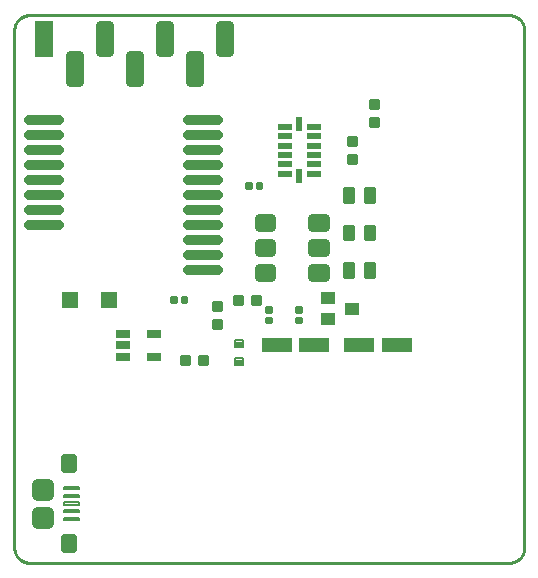
<source format=gtp>
G75*
%MOIN*%
%OFA0B0*%
%FSLAX25Y25*%
%IPPOS*%
%LPD*%
%AMOC8*
5,1,8,0,0,1.08239X$1,22.5*
%
%ADD10C,0.01000*%
%ADD11R,0.10000X0.05000*%
%ADD12C,0.01250*%
%ADD13C,0.02953*%
%ADD14R,0.05500X0.05500*%
%ADD15C,0.00750*%
%ADD16C,0.03000*%
%ADD17R,0.06000X0.12000*%
%ADD18C,0.00875*%
%ADD19C,0.03200*%
%ADD20R,0.04500X0.04000*%
%ADD21R,0.04724X0.01969*%
%ADD22R,0.01969X0.04724*%
%ADD23R,0.04724X0.02717*%
%ADD24C,0.00787*%
%ADD25C,0.02756*%
%ADD26C,0.03740*%
D10*
X0008238Y0006500D02*
X0008238Y0179000D01*
X0008240Y0179140D01*
X0008246Y0179280D01*
X0008256Y0179420D01*
X0008269Y0179560D01*
X0008287Y0179699D01*
X0008309Y0179838D01*
X0008334Y0179975D01*
X0008363Y0180113D01*
X0008396Y0180249D01*
X0008433Y0180384D01*
X0008474Y0180518D01*
X0008519Y0180651D01*
X0008567Y0180783D01*
X0008619Y0180913D01*
X0008674Y0181042D01*
X0008733Y0181169D01*
X0008796Y0181295D01*
X0008862Y0181419D01*
X0008931Y0181540D01*
X0009004Y0181660D01*
X0009081Y0181778D01*
X0009160Y0181893D01*
X0009243Y0182007D01*
X0009329Y0182117D01*
X0009418Y0182226D01*
X0009510Y0182332D01*
X0009605Y0182435D01*
X0009702Y0182536D01*
X0009803Y0182633D01*
X0009906Y0182728D01*
X0010012Y0182820D01*
X0010121Y0182909D01*
X0010231Y0182995D01*
X0010345Y0183078D01*
X0010460Y0183157D01*
X0010578Y0183234D01*
X0010698Y0183307D01*
X0010819Y0183376D01*
X0010943Y0183442D01*
X0011069Y0183505D01*
X0011196Y0183564D01*
X0011325Y0183619D01*
X0011455Y0183671D01*
X0011587Y0183719D01*
X0011720Y0183764D01*
X0011854Y0183805D01*
X0011989Y0183842D01*
X0012125Y0183875D01*
X0012263Y0183904D01*
X0012400Y0183929D01*
X0012539Y0183951D01*
X0012678Y0183969D01*
X0012818Y0183982D01*
X0012958Y0183992D01*
X0013098Y0183998D01*
X0013238Y0184000D01*
X0173238Y0184000D01*
X0173378Y0183998D01*
X0173518Y0183992D01*
X0173658Y0183982D01*
X0173798Y0183969D01*
X0173937Y0183951D01*
X0174076Y0183929D01*
X0174213Y0183904D01*
X0174351Y0183875D01*
X0174487Y0183842D01*
X0174622Y0183805D01*
X0174756Y0183764D01*
X0174889Y0183719D01*
X0175021Y0183671D01*
X0175151Y0183619D01*
X0175280Y0183564D01*
X0175407Y0183505D01*
X0175533Y0183442D01*
X0175657Y0183376D01*
X0175778Y0183307D01*
X0175898Y0183234D01*
X0176016Y0183157D01*
X0176131Y0183078D01*
X0176245Y0182995D01*
X0176355Y0182909D01*
X0176464Y0182820D01*
X0176570Y0182728D01*
X0176673Y0182633D01*
X0176774Y0182536D01*
X0176871Y0182435D01*
X0176966Y0182332D01*
X0177058Y0182226D01*
X0177147Y0182117D01*
X0177233Y0182007D01*
X0177316Y0181893D01*
X0177395Y0181778D01*
X0177472Y0181660D01*
X0177545Y0181540D01*
X0177614Y0181419D01*
X0177680Y0181295D01*
X0177743Y0181169D01*
X0177802Y0181042D01*
X0177857Y0180913D01*
X0177909Y0180783D01*
X0177957Y0180651D01*
X0178002Y0180518D01*
X0178043Y0180384D01*
X0178080Y0180249D01*
X0178113Y0180113D01*
X0178142Y0179975D01*
X0178167Y0179838D01*
X0178189Y0179699D01*
X0178207Y0179560D01*
X0178220Y0179420D01*
X0178230Y0179280D01*
X0178236Y0179140D01*
X0178238Y0179000D01*
X0178238Y0006500D01*
X0178236Y0006360D01*
X0178230Y0006220D01*
X0178220Y0006080D01*
X0178207Y0005940D01*
X0178189Y0005801D01*
X0178167Y0005662D01*
X0178142Y0005525D01*
X0178113Y0005387D01*
X0178080Y0005251D01*
X0178043Y0005116D01*
X0178002Y0004982D01*
X0177957Y0004849D01*
X0177909Y0004717D01*
X0177857Y0004587D01*
X0177802Y0004458D01*
X0177743Y0004331D01*
X0177680Y0004205D01*
X0177614Y0004081D01*
X0177545Y0003960D01*
X0177472Y0003840D01*
X0177395Y0003722D01*
X0177316Y0003607D01*
X0177233Y0003493D01*
X0177147Y0003383D01*
X0177058Y0003274D01*
X0176966Y0003168D01*
X0176871Y0003065D01*
X0176774Y0002964D01*
X0176673Y0002867D01*
X0176570Y0002772D01*
X0176464Y0002680D01*
X0176355Y0002591D01*
X0176245Y0002505D01*
X0176131Y0002422D01*
X0176016Y0002343D01*
X0175898Y0002266D01*
X0175778Y0002193D01*
X0175657Y0002124D01*
X0175533Y0002058D01*
X0175407Y0001995D01*
X0175280Y0001936D01*
X0175151Y0001881D01*
X0175021Y0001829D01*
X0174889Y0001781D01*
X0174756Y0001736D01*
X0174622Y0001695D01*
X0174487Y0001658D01*
X0174351Y0001625D01*
X0174213Y0001596D01*
X0174076Y0001571D01*
X0173937Y0001549D01*
X0173798Y0001531D01*
X0173658Y0001518D01*
X0173518Y0001508D01*
X0173378Y0001502D01*
X0173238Y0001500D01*
X0013238Y0001500D01*
X0013098Y0001502D01*
X0012958Y0001508D01*
X0012818Y0001518D01*
X0012678Y0001531D01*
X0012539Y0001549D01*
X0012400Y0001571D01*
X0012263Y0001596D01*
X0012125Y0001625D01*
X0011989Y0001658D01*
X0011854Y0001695D01*
X0011720Y0001736D01*
X0011587Y0001781D01*
X0011455Y0001829D01*
X0011325Y0001881D01*
X0011196Y0001936D01*
X0011069Y0001995D01*
X0010943Y0002058D01*
X0010819Y0002124D01*
X0010698Y0002193D01*
X0010578Y0002266D01*
X0010460Y0002343D01*
X0010345Y0002422D01*
X0010231Y0002505D01*
X0010121Y0002591D01*
X0010012Y0002680D01*
X0009906Y0002772D01*
X0009803Y0002867D01*
X0009702Y0002964D01*
X0009605Y0003065D01*
X0009510Y0003168D01*
X0009418Y0003274D01*
X0009329Y0003383D01*
X0009243Y0003493D01*
X0009160Y0003607D01*
X0009081Y0003722D01*
X0009004Y0003840D01*
X0008931Y0003960D01*
X0008862Y0004081D01*
X0008796Y0004205D01*
X0008733Y0004331D01*
X0008674Y0004458D01*
X0008619Y0004587D01*
X0008567Y0004717D01*
X0008519Y0004849D01*
X0008474Y0004982D01*
X0008433Y0005116D01*
X0008396Y0005251D01*
X0008363Y0005387D01*
X0008334Y0005525D01*
X0008309Y0005662D01*
X0008287Y0005801D01*
X0008269Y0005940D01*
X0008256Y0006080D01*
X0008246Y0006220D01*
X0008240Y0006360D01*
X0008238Y0006500D01*
X0118238Y0096750D02*
X0121238Y0096750D01*
X0118238Y0096750D02*
X0118238Y0101250D01*
X0121238Y0101250D01*
X0121238Y0096750D01*
X0121238Y0097749D02*
X0118238Y0097749D01*
X0118238Y0098748D02*
X0121238Y0098748D01*
X0121238Y0099747D02*
X0118238Y0099747D01*
X0118238Y0100746D02*
X0121238Y0100746D01*
X0125238Y0096750D02*
X0128238Y0096750D01*
X0125238Y0096750D02*
X0125238Y0101250D01*
X0128238Y0101250D01*
X0128238Y0096750D01*
X0128238Y0097749D02*
X0125238Y0097749D01*
X0125238Y0098748D02*
X0128238Y0098748D01*
X0128238Y0099747D02*
X0125238Y0099747D01*
X0125238Y0100746D02*
X0128238Y0100746D01*
X0128238Y0109250D02*
X0125238Y0109250D01*
X0125238Y0113750D01*
X0128238Y0113750D01*
X0128238Y0109250D01*
X0128238Y0110249D02*
X0125238Y0110249D01*
X0125238Y0111248D02*
X0128238Y0111248D01*
X0128238Y0112247D02*
X0125238Y0112247D01*
X0125238Y0113246D02*
X0128238Y0113246D01*
X0121238Y0109250D02*
X0118238Y0109250D01*
X0118238Y0113750D01*
X0121238Y0113750D01*
X0121238Y0109250D01*
X0121238Y0110249D02*
X0118238Y0110249D01*
X0118238Y0111248D02*
X0121238Y0111248D01*
X0121238Y0112247D02*
X0118238Y0112247D01*
X0118238Y0113246D02*
X0121238Y0113246D01*
X0121238Y0121750D02*
X0118238Y0121750D01*
X0118238Y0126250D01*
X0121238Y0126250D01*
X0121238Y0121750D01*
X0121238Y0122749D02*
X0118238Y0122749D01*
X0118238Y0123748D02*
X0121238Y0123748D01*
X0121238Y0124747D02*
X0118238Y0124747D01*
X0118238Y0125746D02*
X0121238Y0125746D01*
X0125238Y0121750D02*
X0128238Y0121750D01*
X0125238Y0121750D02*
X0125238Y0126250D01*
X0128238Y0126250D01*
X0128238Y0121750D01*
X0128238Y0122749D02*
X0125238Y0122749D01*
X0125238Y0123748D02*
X0128238Y0123748D01*
X0128238Y0124747D02*
X0125238Y0124747D01*
X0125238Y0125746D02*
X0128238Y0125746D01*
D11*
X0123238Y0074000D03*
X0135738Y0074000D03*
X0108238Y0074000D03*
X0095738Y0074000D03*
D12*
X0092613Y0081625D02*
X0092613Y0082875D01*
X0093863Y0082875D01*
X0093863Y0081625D01*
X0092613Y0081625D01*
X0092613Y0082874D02*
X0093863Y0082874D01*
X0092613Y0085125D02*
X0092613Y0086375D01*
X0093863Y0086375D01*
X0093863Y0085125D01*
X0092613Y0085125D01*
X0092613Y0086374D02*
X0093863Y0086374D01*
X0102613Y0086375D02*
X0102613Y0085125D01*
X0102613Y0086375D02*
X0103863Y0086375D01*
X0103863Y0085125D01*
X0102613Y0085125D01*
X0102613Y0086374D02*
X0103863Y0086374D01*
X0102613Y0082875D02*
X0102613Y0081625D01*
X0102613Y0082875D02*
X0103863Y0082875D01*
X0103863Y0081625D01*
X0102613Y0081625D01*
X0102613Y0082874D02*
X0103863Y0082874D01*
X0065613Y0089625D02*
X0064363Y0089625D01*
X0065613Y0089625D02*
X0065613Y0088375D01*
X0064363Y0088375D01*
X0064363Y0089625D01*
X0064363Y0089624D02*
X0065613Y0089624D01*
X0062113Y0089625D02*
X0060863Y0089625D01*
X0062113Y0089625D02*
X0062113Y0088375D01*
X0060863Y0088375D01*
X0060863Y0089625D01*
X0060863Y0089624D02*
X0062113Y0089624D01*
X0085863Y0127625D02*
X0087113Y0127625D01*
X0087113Y0126375D01*
X0085863Y0126375D01*
X0085863Y0127625D01*
X0085863Y0127624D02*
X0087113Y0127624D01*
X0089363Y0127625D02*
X0090613Y0127625D01*
X0090613Y0126375D01*
X0089363Y0126375D01*
X0089363Y0127625D01*
X0089363Y0127624D02*
X0090613Y0127624D01*
D13*
X0089813Y0116245D02*
X0093947Y0116245D01*
X0093947Y0113291D01*
X0089813Y0113291D01*
X0089813Y0116245D01*
X0089813Y0116243D02*
X0093947Y0116243D01*
X0093947Y0107977D02*
X0089813Y0107977D01*
X0093947Y0107977D02*
X0093947Y0105023D01*
X0089813Y0105023D01*
X0089813Y0107977D01*
X0089813Y0107975D02*
X0093947Y0107975D01*
X0093947Y0099709D02*
X0089813Y0099709D01*
X0093947Y0099709D02*
X0093947Y0096755D01*
X0089813Y0096755D01*
X0089813Y0099709D01*
X0089813Y0099707D02*
X0093947Y0099707D01*
X0107529Y0099709D02*
X0111663Y0099709D01*
X0111663Y0096755D01*
X0107529Y0096755D01*
X0107529Y0099709D01*
X0107529Y0099707D02*
X0111663Y0099707D01*
X0111663Y0107977D02*
X0107529Y0107977D01*
X0111663Y0107977D02*
X0111663Y0105023D01*
X0107529Y0105023D01*
X0107529Y0107977D01*
X0107529Y0107975D02*
X0111663Y0107975D01*
X0111663Y0116245D02*
X0107529Y0116245D01*
X0111663Y0116245D02*
X0111663Y0113291D01*
X0107529Y0113291D01*
X0107529Y0116245D01*
X0107529Y0116243D02*
X0111663Y0116243D01*
D14*
X0039738Y0089000D03*
X0026738Y0089000D03*
D15*
X0084613Y0075625D02*
X0084613Y0073375D01*
X0081863Y0073375D01*
X0081863Y0075625D01*
X0084613Y0075625D01*
X0084613Y0074124D02*
X0081863Y0074124D01*
X0081863Y0074873D02*
X0084613Y0074873D01*
X0084613Y0075622D02*
X0081863Y0075622D01*
X0084613Y0069625D02*
X0084613Y0067375D01*
X0081863Y0067375D01*
X0081863Y0069625D01*
X0084613Y0069625D01*
X0084613Y0068124D02*
X0081863Y0068124D01*
X0081863Y0068873D02*
X0084613Y0068873D01*
X0084613Y0069622D02*
X0081863Y0069622D01*
D16*
X0069738Y0161626D02*
X0069738Y0170626D01*
X0069738Y0161626D02*
X0066738Y0161626D01*
X0066738Y0170626D01*
X0069738Y0170626D01*
X0069738Y0164625D02*
X0066738Y0164625D01*
X0066738Y0167624D02*
X0069738Y0167624D01*
X0069738Y0170623D02*
X0066738Y0170623D01*
X0059738Y0171626D02*
X0059738Y0180626D01*
X0059738Y0171626D02*
X0056738Y0171626D01*
X0056738Y0180626D01*
X0059738Y0180626D01*
X0059738Y0174625D02*
X0056738Y0174625D01*
X0056738Y0177624D02*
X0059738Y0177624D01*
X0059738Y0180623D02*
X0056738Y0180623D01*
X0049738Y0170626D02*
X0049738Y0161626D01*
X0046738Y0161626D01*
X0046738Y0170626D01*
X0049738Y0170626D01*
X0049738Y0164625D02*
X0046738Y0164625D01*
X0046738Y0167624D02*
X0049738Y0167624D01*
X0049738Y0170623D02*
X0046738Y0170623D01*
X0039738Y0171626D02*
X0039738Y0180626D01*
X0039738Y0171626D02*
X0036738Y0171626D01*
X0036738Y0180626D01*
X0039738Y0180626D01*
X0039738Y0174625D02*
X0036738Y0174625D01*
X0036738Y0177624D02*
X0039738Y0177624D01*
X0039738Y0180623D02*
X0036738Y0180623D01*
X0029738Y0170626D02*
X0029738Y0161626D01*
X0026738Y0161626D01*
X0026738Y0170626D01*
X0029738Y0170626D01*
X0029738Y0164625D02*
X0026738Y0164625D01*
X0026738Y0167624D02*
X0029738Y0167624D01*
X0029738Y0170623D02*
X0026738Y0170623D01*
X0079738Y0171626D02*
X0079738Y0180626D01*
X0079738Y0171626D02*
X0076738Y0171626D01*
X0076738Y0180626D01*
X0079738Y0180626D01*
X0079738Y0174625D02*
X0076738Y0174625D01*
X0076738Y0177624D02*
X0079738Y0177624D01*
X0079738Y0180623D02*
X0076738Y0180623D01*
D17*
X0018238Y0176126D03*
D18*
X0081425Y0090313D02*
X0084051Y0090313D01*
X0084051Y0087687D01*
X0081425Y0087687D01*
X0081425Y0090313D01*
X0081425Y0088561D02*
X0084051Y0088561D01*
X0084051Y0089435D02*
X0081425Y0089435D01*
X0081425Y0090309D02*
X0084051Y0090309D01*
X0087425Y0090313D02*
X0090051Y0090313D01*
X0090051Y0087687D01*
X0087425Y0087687D01*
X0087425Y0090313D01*
X0087425Y0088561D02*
X0090051Y0088561D01*
X0090051Y0089435D02*
X0087425Y0089435D01*
X0087425Y0090309D02*
X0090051Y0090309D01*
X0074425Y0088313D02*
X0074425Y0085687D01*
X0074425Y0088313D02*
X0077051Y0088313D01*
X0077051Y0085687D01*
X0074425Y0085687D01*
X0074425Y0086561D02*
X0077051Y0086561D01*
X0077051Y0087435D02*
X0074425Y0087435D01*
X0074425Y0088309D02*
X0077051Y0088309D01*
X0074425Y0082313D02*
X0074425Y0079687D01*
X0074425Y0082313D02*
X0077051Y0082313D01*
X0077051Y0079687D01*
X0074425Y0079687D01*
X0074425Y0080561D02*
X0077051Y0080561D01*
X0077051Y0081435D02*
X0074425Y0081435D01*
X0074425Y0082309D02*
X0077051Y0082309D01*
X0072551Y0067687D02*
X0069925Y0067687D01*
X0069925Y0070313D01*
X0072551Y0070313D01*
X0072551Y0067687D01*
X0072551Y0068561D02*
X0069925Y0068561D01*
X0069925Y0069435D02*
X0072551Y0069435D01*
X0072551Y0070309D02*
X0069925Y0070309D01*
X0066551Y0067687D02*
X0063925Y0067687D01*
X0063925Y0070313D01*
X0066551Y0070313D01*
X0066551Y0067687D01*
X0066551Y0068561D02*
X0063925Y0068561D01*
X0063925Y0069435D02*
X0066551Y0069435D01*
X0066551Y0070309D02*
X0063925Y0070309D01*
X0119425Y0134687D02*
X0119425Y0137313D01*
X0122051Y0137313D01*
X0122051Y0134687D01*
X0119425Y0134687D01*
X0119425Y0135561D02*
X0122051Y0135561D01*
X0122051Y0136435D02*
X0119425Y0136435D01*
X0119425Y0137309D02*
X0122051Y0137309D01*
X0119425Y0140687D02*
X0119425Y0143313D01*
X0122051Y0143313D01*
X0122051Y0140687D01*
X0119425Y0140687D01*
X0119425Y0141561D02*
X0122051Y0141561D01*
X0122051Y0142435D02*
X0119425Y0142435D01*
X0119425Y0143309D02*
X0122051Y0143309D01*
X0129551Y0147187D02*
X0129551Y0149813D01*
X0129551Y0147187D02*
X0126925Y0147187D01*
X0126925Y0149813D01*
X0129551Y0149813D01*
X0129551Y0148061D02*
X0126925Y0148061D01*
X0126925Y0148935D02*
X0129551Y0148935D01*
X0129551Y0149809D02*
X0126925Y0149809D01*
X0129551Y0153187D02*
X0129551Y0155813D01*
X0129551Y0153187D02*
X0126925Y0153187D01*
X0126925Y0155813D01*
X0129551Y0155813D01*
X0129551Y0154061D02*
X0126925Y0154061D01*
X0126925Y0154935D02*
X0129551Y0154935D01*
X0129551Y0155809D02*
X0126925Y0155809D01*
D19*
X0076038Y0149100D02*
X0066038Y0149100D01*
X0066038Y0144100D02*
X0076038Y0144100D01*
X0076038Y0139100D02*
X0066038Y0139100D01*
X0066038Y0134100D02*
X0076038Y0134100D01*
X0076038Y0129100D02*
X0066038Y0129100D01*
X0066038Y0124100D02*
X0076038Y0124100D01*
X0076038Y0119100D02*
X0066038Y0119100D01*
X0066038Y0114100D02*
X0076038Y0114100D01*
X0076038Y0109100D02*
X0066038Y0109100D01*
X0066038Y0104100D02*
X0076038Y0104100D01*
X0076038Y0099100D02*
X0066038Y0099100D01*
X0023238Y0114000D02*
X0013238Y0114000D01*
X0013238Y0119000D02*
X0023238Y0119000D01*
X0023238Y0124000D02*
X0013238Y0124000D01*
X0013238Y0129000D02*
X0023238Y0129000D01*
X0023238Y0134000D02*
X0013238Y0134000D01*
X0013238Y0139000D02*
X0023238Y0139000D01*
X0023238Y0144000D02*
X0013238Y0144000D01*
X0013238Y0149000D02*
X0023238Y0149000D01*
D20*
X0112801Y0089626D03*
X0112801Y0082626D03*
X0120801Y0086126D03*
D21*
X0107963Y0131126D03*
X0107963Y0134276D03*
X0107963Y0137425D03*
X0107963Y0140575D03*
X0107963Y0143724D03*
X0107963Y0146874D03*
X0098514Y0146874D03*
X0098514Y0143724D03*
X0098514Y0140575D03*
X0098514Y0137425D03*
X0098514Y0134276D03*
X0098514Y0131126D03*
D22*
X0103238Y0130339D03*
X0103238Y0147661D03*
D23*
X0054676Y0077720D03*
X0054676Y0070240D03*
X0044439Y0070240D03*
X0044439Y0073980D03*
X0044439Y0077720D03*
D24*
X0029814Y0026762D02*
X0029814Y0025974D01*
X0024694Y0025974D01*
X0024694Y0026762D01*
X0029814Y0026762D01*
X0029814Y0026760D02*
X0024694Y0026760D01*
X0029814Y0024203D02*
X0029814Y0023415D01*
X0024694Y0023415D01*
X0024694Y0024203D01*
X0029814Y0024203D01*
X0029814Y0024201D02*
X0024694Y0024201D01*
X0029814Y0021644D02*
X0029814Y0020856D01*
X0024694Y0020856D01*
X0024694Y0021644D01*
X0029814Y0021644D01*
X0029814Y0021642D02*
X0024694Y0021642D01*
X0029814Y0019085D02*
X0029814Y0018297D01*
X0024694Y0018297D01*
X0024694Y0019085D01*
X0029814Y0019085D01*
X0029814Y0019083D02*
X0024694Y0019083D01*
X0029814Y0016526D02*
X0029814Y0015738D01*
X0024694Y0015738D01*
X0024694Y0016526D01*
X0029814Y0016526D01*
X0029814Y0016524D02*
X0024694Y0016524D01*
D25*
X0025179Y0006093D02*
X0027935Y0006093D01*
X0025179Y0006093D02*
X0025179Y0009635D01*
X0027935Y0009635D01*
X0027935Y0006093D01*
X0027935Y0008848D02*
X0025179Y0008848D01*
X0025179Y0032865D02*
X0027935Y0032865D01*
X0025179Y0032865D02*
X0025179Y0036407D01*
X0027935Y0036407D01*
X0027935Y0032865D01*
X0027935Y0035620D02*
X0025179Y0035620D01*
D26*
X0015837Y0027844D02*
X0015837Y0024104D01*
X0015837Y0027844D02*
X0019577Y0027844D01*
X0019577Y0024104D01*
X0015837Y0024104D01*
X0015837Y0027843D02*
X0019577Y0027843D01*
X0015837Y0018396D02*
X0015837Y0014656D01*
X0015837Y0018396D02*
X0019577Y0018396D01*
X0019577Y0014656D01*
X0015837Y0014656D01*
X0015837Y0018395D02*
X0019577Y0018395D01*
M02*

</source>
